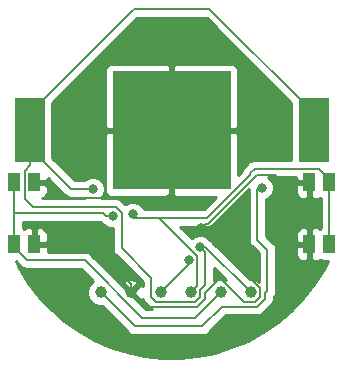
<source format=gbl>
G04 #@! TF.GenerationSoftware,KiCad,Pcbnew,5.0.1*
G04 #@! TF.CreationDate,2019-03-04T15:40:33+01:00*
G04 #@! TF.ProjectId,AnalogWatch,416E616C6F6757617463682E6B696361,rev?*
G04 #@! TF.SameCoordinates,Original*
G04 #@! TF.FileFunction,Copper,L2,Bot,Signal*
G04 #@! TF.FilePolarity,Positive*
%FSLAX46Y46*%
G04 Gerber Fmt 4.6, Leading zero omitted, Abs format (unit mm)*
G04 Created by KiCad (PCBNEW 5.0.1) date Mo 04 Mär 2019 15:40:33 CET*
%MOMM*%
%LPD*%
G01*
G04 APERTURE LIST*
G04 #@! TA.AperFunction,SMDPad,CuDef*
%ADD10R,10.000000X10.000000*%
G04 #@! TD*
G04 #@! TA.AperFunction,SMDPad,CuDef*
%ADD11R,2.500000X5.500000*%
G04 #@! TD*
G04 #@! TA.AperFunction,BGAPad,CuDef*
%ADD12C,1.000000*%
G04 #@! TD*
G04 #@! TA.AperFunction,SMDPad,CuDef*
%ADD13R,1.000000X1.550000*%
G04 #@! TD*
G04 #@! TA.AperFunction,ViaPad*
%ADD14C,0.800000*%
G04 #@! TD*
G04 #@! TA.AperFunction,Conductor*
%ADD15C,0.200000*%
G04 #@! TD*
G04 #@! TA.AperFunction,Conductor*
%ADD16C,0.254000*%
G04 #@! TD*
G04 APERTURE END LIST*
D10*
G04 #@! TO.P,BT1,2*
G04 #@! TO.N,GND*
X100000000Y-95500000D03*
D11*
G04 #@! TO.P,BT1,1*
G04 #@! TO.N,VCC*
X88000000Y-95500000D03*
X112000000Y-95500000D03*
G04 #@! TD*
D12*
G04 #@! TO.P,J1,1*
G04 #@! TO.N,BT2*
X101600000Y-109220000D03*
G04 #@! TD*
G04 #@! TO.P,J2,1*
G04 #@! TO.N,C3_4*
X99060000Y-109220000D03*
G04 #@! TD*
G04 #@! TO.P,J3,1*
G04 #@! TO.N,RESET*
X93980000Y-109220000D03*
G04 #@! TD*
G04 #@! TO.P,J4,1*
G04 #@! TO.N,VCC*
X106680000Y-109220000D03*
G04 #@! TD*
G04 #@! TO.P,J5,1*
G04 #@! TO.N,BT1*
X104140000Y-109220000D03*
G04 #@! TD*
G04 #@! TO.P,J6,1*
G04 #@! TO.N,GND*
X96520000Y-109220000D03*
G04 #@! TD*
D13*
G04 #@! TO.P,SW1,1*
G04 #@! TO.N,BT1*
X86650000Y-105125000D03*
X86650000Y-99875000D03*
G04 #@! TO.P,SW1,2*
G04 #@! TO.N,GND*
X88350000Y-99875000D03*
X88350000Y-105125000D03*
G04 #@! TD*
G04 #@! TO.P,SW2,1*
G04 #@! TO.N,BT2*
X113350000Y-99875000D03*
X113350000Y-105125000D03*
G04 #@! TO.P,SW2,2*
G04 #@! TO.N,GND*
X111650000Y-105125000D03*
X111650000Y-99875000D03*
G04 #@! TD*
D14*
G04 #@! TO.N,C3_4*
X101429727Y-106446474D03*
G04 #@! TO.N,GND*
X102461977Y-103802176D03*
G04 #@! TO.N,VCC*
X93307180Y-100469751D03*
X102404555Y-105395336D03*
G04 #@! TO.N,RESET*
X107619982Y-100369982D03*
G04 #@! TO.N,BT2*
X96686050Y-102610894D03*
G04 #@! TO.N,BT1*
X94982327Y-102769575D03*
G04 #@! TD*
D15*
G04 #@! TO.N,C3_4*
X99060000Y-109220000D02*
X101429727Y-106850273D01*
X101429727Y-106850273D02*
X101429727Y-106446474D01*
G04 #@! TO.N,GND*
X111650000Y-102900000D02*
X111650000Y-105125000D01*
X89050000Y-105125000D02*
X88350000Y-105125000D01*
X93132106Y-105125000D02*
X89050000Y-105125000D01*
X96520000Y-108512894D02*
X93132106Y-105125000D01*
X96520000Y-109220000D02*
X96520000Y-108512894D01*
X111650000Y-102900000D02*
X111650000Y-99875000D01*
X97720012Y-110420012D02*
X96520000Y-109220000D01*
X102149690Y-110420012D02*
X97720012Y-110420012D01*
X102800012Y-109769690D02*
X102149690Y-110420012D01*
X102800012Y-109303990D02*
X102800012Y-109769690D01*
X104104002Y-108000000D02*
X102800012Y-109303990D01*
X107480001Y-108820200D02*
X107480001Y-109604001D01*
X107480001Y-109604001D02*
X107064001Y-110020001D01*
X107064001Y-110020001D02*
X106124003Y-110020001D01*
X106124003Y-110020001D02*
X104104002Y-108000000D01*
X102461977Y-103802176D02*
X107480001Y-108820200D01*
X111650000Y-99875000D02*
X109375000Y-99875000D01*
X109375000Y-99875000D02*
X108750000Y-99250000D01*
X107194992Y-99250000D02*
X103042815Y-103402177D01*
X102861976Y-103402177D02*
X102461977Y-103802176D01*
X103042815Y-103402177D02*
X102861976Y-103402177D01*
X108750000Y-99250000D02*
X107194992Y-99250000D01*
X89050000Y-99875000D02*
X90425000Y-101250000D01*
X88350000Y-99875000D02*
X89050000Y-99875000D01*
X100000000Y-100700000D02*
X100000000Y-95500000D01*
X99450000Y-101250000D02*
X100000000Y-100700000D01*
X90425000Y-101250000D02*
X99450000Y-101250000D01*
G04 #@! TO.N,VCC*
X92741495Y-100469751D02*
X93307180Y-100469751D01*
X88000000Y-95500000D02*
X88000000Y-97000000D01*
X91469751Y-100469751D02*
X92741495Y-100469751D01*
X88000000Y-97000000D02*
X91469751Y-100469751D01*
X106680000Y-109220000D02*
X102855336Y-105395336D01*
X102855336Y-105395336D02*
X102404555Y-105395336D01*
X96721488Y-85278512D02*
X96860230Y-85250000D01*
X88000000Y-95500000D02*
X88000000Y-94000000D01*
X88000000Y-94000000D02*
X96721488Y-85278512D01*
X103139770Y-85250000D02*
X103278513Y-85278513D01*
X96860230Y-85250000D02*
X103139770Y-85250000D01*
X112000000Y-94000000D02*
X112000000Y-95500000D01*
X103278513Y-85278513D02*
X112000000Y-94000000D01*
X98675999Y-110020001D02*
X98259999Y-109604001D01*
X101984001Y-110020001D02*
X98675999Y-110020001D01*
X102400001Y-108985698D02*
X102400001Y-109604001D01*
X95750000Y-105494000D02*
X95750000Y-102501246D01*
X102400001Y-109604001D02*
X101984001Y-110020001D01*
X98259999Y-108003999D02*
X95750000Y-105494000D01*
X98259999Y-109604001D02*
X98259999Y-108003999D01*
X88250000Y-102000000D02*
X87549999Y-101299999D01*
X102804554Y-105795335D02*
X102804554Y-108581145D01*
X102804554Y-108581145D02*
X102400001Y-108985698D01*
X95750000Y-102501246D02*
X95248754Y-102000000D01*
X102404555Y-105395336D02*
X102804554Y-105795335D01*
X95248754Y-102000000D02*
X88250000Y-102000000D01*
X87549999Y-101299999D02*
X87549999Y-98900001D01*
X87549999Y-98900001D02*
X88000000Y-98450000D01*
X88000000Y-98450000D02*
X88000000Y-95500000D01*
G04 #@! TO.N,RESET*
X107250000Y-100565685D02*
X107250000Y-100500000D01*
X107880012Y-109304288D02*
X107880012Y-109769690D01*
X102584311Y-112099989D02*
X96859989Y-112099989D01*
X96859989Y-112099989D02*
X94479999Y-109719999D01*
X94479999Y-109719999D02*
X93980000Y-109220000D01*
X107250000Y-100565685D02*
X107250000Y-104750000D01*
X108099989Y-109084311D02*
X107880012Y-109304288D01*
X107229690Y-110420012D02*
X104264288Y-110420012D01*
X104264288Y-110420012D02*
X102584311Y-112099989D01*
X107250000Y-104750000D02*
X108099989Y-105599989D01*
X108099989Y-105599989D02*
X108099989Y-109084311D01*
X107880012Y-109769690D02*
X107229690Y-110420012D01*
X107250000Y-100565685D02*
X107445703Y-100369982D01*
X107445703Y-100369982D02*
X107619982Y-100369982D01*
G04 #@! TO.N,BT2*
X113350000Y-99875000D02*
X113350000Y-102500000D01*
X113350000Y-102500000D02*
X113350000Y-105125000D01*
X102129728Y-108690272D02*
X102129728Y-106110473D01*
X101600000Y-109220000D02*
X102129728Y-108690272D01*
X98942892Y-102923637D02*
X96692038Y-102923637D01*
X102129728Y-106110473D02*
X98942892Y-102923637D01*
X96686050Y-102917649D02*
X96686050Y-102610894D01*
X96692038Y-102923637D02*
X96686050Y-102917649D01*
X113350000Y-99875000D02*
X113350000Y-99600000D01*
X106649989Y-99284311D02*
X103010663Y-102923637D01*
X103010663Y-102923637D02*
X96692038Y-102923637D01*
X113350000Y-99600000D02*
X112500000Y-98750000D01*
X106649989Y-99105021D02*
X106649989Y-99284311D01*
X107005010Y-98750000D02*
X106649989Y-99105021D01*
X112500000Y-98750000D02*
X107005010Y-98750000D01*
G04 #@! TO.N,BT1*
X104140000Y-109220000D02*
X103339999Y-110020001D01*
X86669575Y-102769575D02*
X86650000Y-102750000D01*
X86650000Y-105125000D02*
X86650000Y-102750000D01*
X94147067Y-102500000D02*
X86650000Y-102500000D01*
X94416642Y-102769575D02*
X94147067Y-102500000D01*
X94982327Y-102769575D02*
X94416642Y-102769575D01*
X86650000Y-102750000D02*
X86650000Y-102500000D01*
X86650000Y-102500000D02*
X86650000Y-99875000D01*
X97516007Y-111400009D02*
X101959991Y-111400009D01*
X92615998Y-106500000D02*
X97516007Y-111400009D01*
X103640001Y-109719999D02*
X104140000Y-109220000D01*
X101959991Y-111400009D02*
X103640001Y-109719999D01*
X86650000Y-105125000D02*
X86650000Y-105400000D01*
X86650000Y-105400000D02*
X87750000Y-106500000D01*
X87750000Y-106500000D02*
X92615998Y-106500000D01*
G04 #@! TD*
D16*
G04 #@! TO.N,GND*
G36*
X110515000Y-99589250D02*
X110673750Y-99748000D01*
X111523000Y-99748000D01*
X111523000Y-99728000D01*
X111777000Y-99728000D01*
X111777000Y-99748000D01*
X111797000Y-99748000D01*
X111797000Y-100002000D01*
X111777000Y-100002000D01*
X111777000Y-101126250D01*
X111935750Y-101285000D01*
X112276310Y-101285000D01*
X112509699Y-101188327D01*
X112510899Y-101187127D01*
X112602235Y-101248157D01*
X112615001Y-101250696D01*
X112615001Y-102427608D01*
X112615000Y-102427613D01*
X112615000Y-103749304D01*
X112602235Y-103751843D01*
X112510899Y-103812873D01*
X112509699Y-103811673D01*
X112276310Y-103715000D01*
X111935750Y-103715000D01*
X111777000Y-103873750D01*
X111777000Y-104998000D01*
X111797000Y-104998000D01*
X111797000Y-105252000D01*
X111777000Y-105252000D01*
X111777000Y-106376250D01*
X111935750Y-106535000D01*
X112276310Y-106535000D01*
X112509699Y-106438327D01*
X112510899Y-106437127D01*
X112602235Y-106498157D01*
X112850000Y-106547440D01*
X113212855Y-106547440D01*
X112863472Y-107248194D01*
X112065144Y-108511023D01*
X111143287Y-109686712D01*
X110107338Y-110763222D01*
X108967904Y-111729532D01*
X107736652Y-112575748D01*
X106426187Y-113293207D01*
X105049927Y-113874562D01*
X103621964Y-114313861D01*
X102156916Y-114606606D01*
X100669785Y-114749800D01*
X99175795Y-114741978D01*
X97690245Y-114583218D01*
X96228343Y-114275147D01*
X94805058Y-113820919D01*
X93434962Y-113225184D01*
X92132082Y-112494042D01*
X90909758Y-111634979D01*
X89780506Y-110656790D01*
X88755887Y-109569490D01*
X87846392Y-108384213D01*
X87061332Y-107113093D01*
X86813730Y-106603176D01*
X87179090Y-106968537D01*
X87220095Y-107029905D01*
X87463217Y-107192354D01*
X87677612Y-107235000D01*
X87677616Y-107235000D01*
X87750000Y-107249398D01*
X87822384Y-107235000D01*
X92311552Y-107235000D01*
X93335709Y-108259158D01*
X93017793Y-108577074D01*
X92845000Y-108994234D01*
X92845000Y-109445766D01*
X93017793Y-109862926D01*
X93337074Y-110182207D01*
X93754234Y-110355000D01*
X94075554Y-110355000D01*
X96289080Y-112568526D01*
X96330084Y-112629894D01*
X96573206Y-112792343D01*
X96787601Y-112834989D01*
X96787604Y-112834989D01*
X96859988Y-112849387D01*
X96932372Y-112834989D01*
X102511927Y-112834989D01*
X102584311Y-112849387D01*
X102656695Y-112834989D01*
X102656699Y-112834989D01*
X102871094Y-112792343D01*
X103114216Y-112629894D01*
X103155222Y-112568524D01*
X104568735Y-111155012D01*
X107157306Y-111155012D01*
X107229690Y-111169410D01*
X107302074Y-111155012D01*
X107302078Y-111155012D01*
X107516473Y-111112366D01*
X107759595Y-110949917D01*
X107800601Y-110888547D01*
X108348549Y-110340600D01*
X108409917Y-110299595D01*
X108572366Y-110056473D01*
X108615012Y-109842078D01*
X108615012Y-109842075D01*
X108629410Y-109769691D01*
X108615012Y-109697307D01*
X108615012Y-109624160D01*
X108629894Y-109614216D01*
X108792343Y-109371094D01*
X108834989Y-109156699D01*
X108834989Y-109156696D01*
X108849387Y-109084312D01*
X108834989Y-109011928D01*
X108834989Y-105672373D01*
X108849387Y-105599989D01*
X108834989Y-105527605D01*
X108834989Y-105527601D01*
X108811746Y-105410750D01*
X110515000Y-105410750D01*
X110515000Y-106026309D01*
X110611673Y-106259698D01*
X110790301Y-106438327D01*
X111023690Y-106535000D01*
X111364250Y-106535000D01*
X111523000Y-106376250D01*
X111523000Y-105252000D01*
X110673750Y-105252000D01*
X110515000Y-105410750D01*
X108811746Y-105410750D01*
X108792343Y-105313206D01*
X108629894Y-105070084D01*
X108568527Y-105029080D01*
X107985000Y-104445554D01*
X107985000Y-104223691D01*
X110515000Y-104223691D01*
X110515000Y-104839250D01*
X110673750Y-104998000D01*
X111523000Y-104998000D01*
X111523000Y-103873750D01*
X111364250Y-103715000D01*
X111023690Y-103715000D01*
X110790301Y-103811673D01*
X110611673Y-103990302D01*
X110515000Y-104223691D01*
X107985000Y-104223691D01*
X107985000Y-101339063D01*
X108206262Y-101247413D01*
X108497413Y-100956262D01*
X108654982Y-100575856D01*
X108654982Y-100164108D01*
X108653592Y-100160750D01*
X110515000Y-100160750D01*
X110515000Y-100776309D01*
X110611673Y-101009698D01*
X110790301Y-101188327D01*
X111023690Y-101285000D01*
X111364250Y-101285000D01*
X111523000Y-101126250D01*
X111523000Y-100002000D01*
X110673750Y-100002000D01*
X110515000Y-100160750D01*
X108653592Y-100160750D01*
X108497413Y-99783702D01*
X108206262Y-99492551D01*
X108188032Y-99485000D01*
X110515000Y-99485000D01*
X110515000Y-99589250D01*
X110515000Y-99589250D01*
G37*
X110515000Y-99589250D02*
X110673750Y-99748000D01*
X111523000Y-99748000D01*
X111523000Y-99728000D01*
X111777000Y-99728000D01*
X111777000Y-99748000D01*
X111797000Y-99748000D01*
X111797000Y-100002000D01*
X111777000Y-100002000D01*
X111777000Y-101126250D01*
X111935750Y-101285000D01*
X112276310Y-101285000D01*
X112509699Y-101188327D01*
X112510899Y-101187127D01*
X112602235Y-101248157D01*
X112615001Y-101250696D01*
X112615001Y-102427608D01*
X112615000Y-102427613D01*
X112615000Y-103749304D01*
X112602235Y-103751843D01*
X112510899Y-103812873D01*
X112509699Y-103811673D01*
X112276310Y-103715000D01*
X111935750Y-103715000D01*
X111777000Y-103873750D01*
X111777000Y-104998000D01*
X111797000Y-104998000D01*
X111797000Y-105252000D01*
X111777000Y-105252000D01*
X111777000Y-106376250D01*
X111935750Y-106535000D01*
X112276310Y-106535000D01*
X112509699Y-106438327D01*
X112510899Y-106437127D01*
X112602235Y-106498157D01*
X112850000Y-106547440D01*
X113212855Y-106547440D01*
X112863472Y-107248194D01*
X112065144Y-108511023D01*
X111143287Y-109686712D01*
X110107338Y-110763222D01*
X108967904Y-111729532D01*
X107736652Y-112575748D01*
X106426187Y-113293207D01*
X105049927Y-113874562D01*
X103621964Y-114313861D01*
X102156916Y-114606606D01*
X100669785Y-114749800D01*
X99175795Y-114741978D01*
X97690245Y-114583218D01*
X96228343Y-114275147D01*
X94805058Y-113820919D01*
X93434962Y-113225184D01*
X92132082Y-112494042D01*
X90909758Y-111634979D01*
X89780506Y-110656790D01*
X88755887Y-109569490D01*
X87846392Y-108384213D01*
X87061332Y-107113093D01*
X86813730Y-106603176D01*
X87179090Y-106968537D01*
X87220095Y-107029905D01*
X87463217Y-107192354D01*
X87677612Y-107235000D01*
X87677616Y-107235000D01*
X87750000Y-107249398D01*
X87822384Y-107235000D01*
X92311552Y-107235000D01*
X93335709Y-108259158D01*
X93017793Y-108577074D01*
X92845000Y-108994234D01*
X92845000Y-109445766D01*
X93017793Y-109862926D01*
X93337074Y-110182207D01*
X93754234Y-110355000D01*
X94075554Y-110355000D01*
X96289080Y-112568526D01*
X96330084Y-112629894D01*
X96573206Y-112792343D01*
X96787601Y-112834989D01*
X96787604Y-112834989D01*
X96859988Y-112849387D01*
X96932372Y-112834989D01*
X102511927Y-112834989D01*
X102584311Y-112849387D01*
X102656695Y-112834989D01*
X102656699Y-112834989D01*
X102871094Y-112792343D01*
X103114216Y-112629894D01*
X103155222Y-112568524D01*
X104568735Y-111155012D01*
X107157306Y-111155012D01*
X107229690Y-111169410D01*
X107302074Y-111155012D01*
X107302078Y-111155012D01*
X107516473Y-111112366D01*
X107759595Y-110949917D01*
X107800601Y-110888547D01*
X108348549Y-110340600D01*
X108409917Y-110299595D01*
X108572366Y-110056473D01*
X108615012Y-109842078D01*
X108615012Y-109842075D01*
X108629410Y-109769691D01*
X108615012Y-109697307D01*
X108615012Y-109624160D01*
X108629894Y-109614216D01*
X108792343Y-109371094D01*
X108834989Y-109156699D01*
X108834989Y-109156696D01*
X108849387Y-109084312D01*
X108834989Y-109011928D01*
X108834989Y-105672373D01*
X108849387Y-105599989D01*
X108834989Y-105527605D01*
X108834989Y-105527601D01*
X108811746Y-105410750D01*
X110515000Y-105410750D01*
X110515000Y-106026309D01*
X110611673Y-106259698D01*
X110790301Y-106438327D01*
X111023690Y-106535000D01*
X111364250Y-106535000D01*
X111523000Y-106376250D01*
X111523000Y-105252000D01*
X110673750Y-105252000D01*
X110515000Y-105410750D01*
X108811746Y-105410750D01*
X108792343Y-105313206D01*
X108629894Y-105070084D01*
X108568527Y-105029080D01*
X107985000Y-104445554D01*
X107985000Y-104223691D01*
X110515000Y-104223691D01*
X110515000Y-104839250D01*
X110673750Y-104998000D01*
X111523000Y-104998000D01*
X111523000Y-103873750D01*
X111364250Y-103715000D01*
X111023690Y-103715000D01*
X110790301Y-103811673D01*
X110611673Y-103990302D01*
X110515000Y-104223691D01*
X107985000Y-104223691D01*
X107985000Y-101339063D01*
X108206262Y-101247413D01*
X108497413Y-100956262D01*
X108654982Y-100575856D01*
X108654982Y-100164108D01*
X108653592Y-100160750D01*
X110515000Y-100160750D01*
X110515000Y-100776309D01*
X110611673Y-101009698D01*
X110790301Y-101188327D01*
X111023690Y-101285000D01*
X111364250Y-101285000D01*
X111523000Y-101126250D01*
X111523000Y-100002000D01*
X110673750Y-100002000D01*
X110515000Y-100160750D01*
X108653592Y-100160750D01*
X108497413Y-99783702D01*
X108206262Y-99492551D01*
X108188032Y-99485000D01*
X110515000Y-99485000D01*
X110515000Y-99589250D01*
G36*
X93845731Y-103238110D02*
X93886737Y-103299480D01*
X94129859Y-103461929D01*
X94231110Y-103482069D01*
X94396047Y-103647006D01*
X94776453Y-103804575D01*
X95015001Y-103804575D01*
X95015000Y-105421616D01*
X95000602Y-105494000D01*
X95015000Y-105566384D01*
X95015000Y-105566387D01*
X95057646Y-105780782D01*
X95220095Y-106023905D01*
X95281465Y-106064911D01*
X97525000Y-108308447D01*
X97525000Y-108646610D01*
X97310104Y-108609501D01*
X96699605Y-109220000D01*
X97310104Y-109830499D01*
X97525217Y-109793352D01*
X97539656Y-109750072D01*
X97567645Y-109890783D01*
X97730094Y-110133906D01*
X97791464Y-110174912D01*
X98105088Y-110488536D01*
X98146094Y-110549906D01*
X98318358Y-110665009D01*
X97820454Y-110665009D01*
X95585341Y-108429896D01*
X95909501Y-108429896D01*
X96520000Y-109040395D01*
X97130499Y-108429896D01*
X97093352Y-108214783D01*
X96665028Y-108071888D01*
X96214625Y-108103783D01*
X95946648Y-108214783D01*
X95909501Y-108429896D01*
X95585341Y-108429896D01*
X93186909Y-106031465D01*
X93145903Y-105970095D01*
X92902781Y-105807646D01*
X92688386Y-105765000D01*
X92688382Y-105765000D01*
X92615998Y-105750602D01*
X92543614Y-105765000D01*
X89485000Y-105765000D01*
X89485000Y-105410750D01*
X89326250Y-105252000D01*
X88477000Y-105252000D01*
X88477000Y-105272000D01*
X88223000Y-105272000D01*
X88223000Y-105252000D01*
X88203000Y-105252000D01*
X88203000Y-104998000D01*
X88223000Y-104998000D01*
X88223000Y-103873750D01*
X88477000Y-103873750D01*
X88477000Y-104998000D01*
X89326250Y-104998000D01*
X89485000Y-104839250D01*
X89485000Y-104223691D01*
X89388327Y-103990302D01*
X89209699Y-103811673D01*
X88976310Y-103715000D01*
X88635750Y-103715000D01*
X88477000Y-103873750D01*
X88223000Y-103873750D01*
X88064250Y-103715000D01*
X87723690Y-103715000D01*
X87490301Y-103811673D01*
X87489101Y-103812873D01*
X87397765Y-103751843D01*
X87385000Y-103749304D01*
X87385000Y-103235000D01*
X93842621Y-103235000D01*
X93845731Y-103238110D01*
X93845731Y-103238110D01*
G37*
X93845731Y-103238110D02*
X93886737Y-103299480D01*
X94129859Y-103461929D01*
X94231110Y-103482069D01*
X94396047Y-103647006D01*
X94776453Y-103804575D01*
X95015001Y-103804575D01*
X95015000Y-105421616D01*
X95000602Y-105494000D01*
X95015000Y-105566384D01*
X95015000Y-105566387D01*
X95057646Y-105780782D01*
X95220095Y-106023905D01*
X95281465Y-106064911D01*
X97525000Y-108308447D01*
X97525000Y-108646610D01*
X97310104Y-108609501D01*
X96699605Y-109220000D01*
X97310104Y-109830499D01*
X97525217Y-109793352D01*
X97539656Y-109750072D01*
X97567645Y-109890783D01*
X97730094Y-110133906D01*
X97791464Y-110174912D01*
X98105088Y-110488536D01*
X98146094Y-110549906D01*
X98318358Y-110665009D01*
X97820454Y-110665009D01*
X95585341Y-108429896D01*
X95909501Y-108429896D01*
X96520000Y-109040395D01*
X97130499Y-108429896D01*
X97093352Y-108214783D01*
X96665028Y-108071888D01*
X96214625Y-108103783D01*
X95946648Y-108214783D01*
X95909501Y-108429896D01*
X95585341Y-108429896D01*
X93186909Y-106031465D01*
X93145903Y-105970095D01*
X92902781Y-105807646D01*
X92688386Y-105765000D01*
X92688382Y-105765000D01*
X92615998Y-105750602D01*
X92543614Y-105765000D01*
X89485000Y-105765000D01*
X89485000Y-105410750D01*
X89326250Y-105252000D01*
X88477000Y-105252000D01*
X88477000Y-105272000D01*
X88223000Y-105272000D01*
X88223000Y-105252000D01*
X88203000Y-105252000D01*
X88203000Y-104998000D01*
X88223000Y-104998000D01*
X88223000Y-103873750D01*
X88477000Y-103873750D01*
X88477000Y-104998000D01*
X89326250Y-104998000D01*
X89485000Y-104839250D01*
X89485000Y-104223691D01*
X89388327Y-103990302D01*
X89209699Y-103811673D01*
X88976310Y-103715000D01*
X88635750Y-103715000D01*
X88477000Y-103873750D01*
X88223000Y-103873750D01*
X88064250Y-103715000D01*
X87723690Y-103715000D01*
X87490301Y-103811673D01*
X87489101Y-103812873D01*
X87397765Y-103751843D01*
X87385000Y-103749304D01*
X87385000Y-103235000D01*
X93842621Y-103235000D01*
X93845731Y-103238110D01*
G36*
X106515000Y-100493301D02*
X106500602Y-100565685D01*
X106515000Y-100638069D01*
X106515001Y-104677611D01*
X106500602Y-104750000D01*
X106557646Y-105036782D01*
X106568224Y-105052613D01*
X106720096Y-105279905D01*
X106781463Y-105320909D01*
X107364989Y-105904436D01*
X107364990Y-108299857D01*
X107322926Y-108257793D01*
X106905766Y-108085000D01*
X106584447Y-108085000D01*
X103426247Y-104926801D01*
X103385241Y-104865431D01*
X103243960Y-104771030D01*
X102990835Y-104517905D01*
X102610429Y-104360336D01*
X102198681Y-104360336D01*
X101818275Y-104517905D01*
X101697441Y-104638739D01*
X100717338Y-103658637D01*
X102938279Y-103658637D01*
X103010663Y-103673035D01*
X103083047Y-103658637D01*
X103083051Y-103658637D01*
X103297446Y-103615991D01*
X103540568Y-103453542D01*
X103581574Y-103392172D01*
X106515000Y-100458747D01*
X106515000Y-100493301D01*
X106515000Y-100493301D01*
G37*
X106515000Y-100493301D02*
X106500602Y-100565685D01*
X106515000Y-100638069D01*
X106515001Y-104677611D01*
X106500602Y-104750000D01*
X106557646Y-105036782D01*
X106568224Y-105052613D01*
X106720096Y-105279905D01*
X106781463Y-105320909D01*
X107364989Y-105904436D01*
X107364990Y-108299857D01*
X107322926Y-108257793D01*
X106905766Y-108085000D01*
X106584447Y-108085000D01*
X103426247Y-104926801D01*
X103385241Y-104865431D01*
X103243960Y-104771030D01*
X102990835Y-104517905D01*
X102610429Y-104360336D01*
X102198681Y-104360336D01*
X101818275Y-104517905D01*
X101697441Y-104638739D01*
X100717338Y-103658637D01*
X102938279Y-103658637D01*
X103010663Y-103673035D01*
X103083047Y-103658637D01*
X103083051Y-103658637D01*
X103297446Y-103615991D01*
X103540568Y-103453542D01*
X103581574Y-103392172D01*
X106515000Y-100458747D01*
X106515000Y-100493301D01*
G36*
X104604398Y-108183844D02*
X104365766Y-108085000D01*
X103914234Y-108085000D01*
X103539554Y-108240197D01*
X103539554Y-107119000D01*
X104604398Y-108183844D01*
X104604398Y-108183844D01*
G37*
X104604398Y-108183844D02*
X104365766Y-108085000D01*
X103914234Y-108085000D01*
X103539554Y-108240197D01*
X103539554Y-107119000D01*
X104604398Y-108183844D01*
G36*
X110102560Y-93142007D02*
X110102560Y-98015000D01*
X107077398Y-98015000D01*
X107005010Y-98000601D01*
X106932622Y-98015000D01*
X106718227Y-98057646D01*
X106475105Y-98220095D01*
X106434099Y-98281465D01*
X106181454Y-98534110D01*
X106120084Y-98575116D01*
X105957635Y-98818239D01*
X105928092Y-98966761D01*
X105635000Y-99259853D01*
X105635000Y-95785750D01*
X105476250Y-95627000D01*
X100127000Y-95627000D01*
X100127000Y-100976250D01*
X100285750Y-101135000D01*
X103759854Y-101135000D01*
X102706217Y-102188637D01*
X99015276Y-102188637D01*
X98942892Y-102174239D01*
X98870508Y-102188637D01*
X97631421Y-102188637D01*
X97563481Y-102024614D01*
X97272330Y-101733463D01*
X96891924Y-101575894D01*
X96480176Y-101575894D01*
X96099770Y-101733463D01*
X96060717Y-101772516D01*
X95819665Y-101531465D01*
X95778659Y-101470095D01*
X95535537Y-101307646D01*
X95321142Y-101265000D01*
X95321138Y-101265000D01*
X95248754Y-101250602D01*
X95176370Y-101265000D01*
X93975642Y-101265000D01*
X94184611Y-101056031D01*
X94342180Y-100675625D01*
X94342180Y-100263877D01*
X94184611Y-99883471D01*
X93893460Y-99592320D01*
X93513054Y-99434751D01*
X93101306Y-99434751D01*
X92720900Y-99592320D01*
X92578469Y-99734751D01*
X91774198Y-99734751D01*
X89897440Y-97857994D01*
X89897440Y-95785750D01*
X94365000Y-95785750D01*
X94365000Y-100626310D01*
X94461673Y-100859699D01*
X94640302Y-101038327D01*
X94873691Y-101135000D01*
X99714250Y-101135000D01*
X99873000Y-100976250D01*
X99873000Y-95627000D01*
X94523750Y-95627000D01*
X94365000Y-95785750D01*
X89897440Y-95785750D01*
X89897440Y-93142006D01*
X92665756Y-90373690D01*
X94365000Y-90373690D01*
X94365000Y-95214250D01*
X94523750Y-95373000D01*
X99873000Y-95373000D01*
X99873000Y-90023750D01*
X100127000Y-90023750D01*
X100127000Y-95373000D01*
X105476250Y-95373000D01*
X105635000Y-95214250D01*
X105635000Y-90373690D01*
X105538327Y-90140301D01*
X105359698Y-89961673D01*
X105126309Y-89865000D01*
X100285750Y-89865000D01*
X100127000Y-90023750D01*
X99873000Y-90023750D01*
X99714250Y-89865000D01*
X94873691Y-89865000D01*
X94640302Y-89961673D01*
X94461673Y-90140301D01*
X94365000Y-90373690D01*
X92665756Y-90373690D01*
X97054447Y-85985000D01*
X102945554Y-85985000D01*
X110102560Y-93142007D01*
X110102560Y-93142007D01*
G37*
X110102560Y-93142007D02*
X110102560Y-98015000D01*
X107077398Y-98015000D01*
X107005010Y-98000601D01*
X106932622Y-98015000D01*
X106718227Y-98057646D01*
X106475105Y-98220095D01*
X106434099Y-98281465D01*
X106181454Y-98534110D01*
X106120084Y-98575116D01*
X105957635Y-98818239D01*
X105928092Y-98966761D01*
X105635000Y-99259853D01*
X105635000Y-95785750D01*
X105476250Y-95627000D01*
X100127000Y-95627000D01*
X100127000Y-100976250D01*
X100285750Y-101135000D01*
X103759854Y-101135000D01*
X102706217Y-102188637D01*
X99015276Y-102188637D01*
X98942892Y-102174239D01*
X98870508Y-102188637D01*
X97631421Y-102188637D01*
X97563481Y-102024614D01*
X97272330Y-101733463D01*
X96891924Y-101575894D01*
X96480176Y-101575894D01*
X96099770Y-101733463D01*
X96060717Y-101772516D01*
X95819665Y-101531465D01*
X95778659Y-101470095D01*
X95535537Y-101307646D01*
X95321142Y-101265000D01*
X95321138Y-101265000D01*
X95248754Y-101250602D01*
X95176370Y-101265000D01*
X93975642Y-101265000D01*
X94184611Y-101056031D01*
X94342180Y-100675625D01*
X94342180Y-100263877D01*
X94184611Y-99883471D01*
X93893460Y-99592320D01*
X93513054Y-99434751D01*
X93101306Y-99434751D01*
X92720900Y-99592320D01*
X92578469Y-99734751D01*
X91774198Y-99734751D01*
X89897440Y-97857994D01*
X89897440Y-95785750D01*
X94365000Y-95785750D01*
X94365000Y-100626310D01*
X94461673Y-100859699D01*
X94640302Y-101038327D01*
X94873691Y-101135000D01*
X99714250Y-101135000D01*
X99873000Y-100976250D01*
X99873000Y-95627000D01*
X94523750Y-95627000D01*
X94365000Y-95785750D01*
X89897440Y-95785750D01*
X89897440Y-93142006D01*
X92665756Y-90373690D01*
X94365000Y-90373690D01*
X94365000Y-95214250D01*
X94523750Y-95373000D01*
X99873000Y-95373000D01*
X99873000Y-90023750D01*
X100127000Y-90023750D01*
X100127000Y-95373000D01*
X105476250Y-95373000D01*
X105635000Y-95214250D01*
X105635000Y-90373690D01*
X105538327Y-90140301D01*
X105359698Y-89961673D01*
X105126309Y-89865000D01*
X100285750Y-89865000D01*
X100127000Y-90023750D01*
X99873000Y-90023750D01*
X99714250Y-89865000D01*
X94873691Y-89865000D01*
X94640302Y-89961673D01*
X94461673Y-90140301D01*
X94365000Y-90373690D01*
X92665756Y-90373690D01*
X97054447Y-85985000D01*
X102945554Y-85985000D01*
X110102560Y-93142007D01*
G36*
X90898842Y-100938289D02*
X90939846Y-100999656D01*
X91182968Y-101162105D01*
X91397363Y-101204751D01*
X91397367Y-101204751D01*
X91469751Y-101219149D01*
X91542135Y-101204751D01*
X92578469Y-101204751D01*
X92638718Y-101265000D01*
X89024594Y-101265000D01*
X89209699Y-101188327D01*
X89388327Y-101009698D01*
X89485000Y-100776309D01*
X89485000Y-100160750D01*
X89326250Y-100002000D01*
X88477000Y-100002000D01*
X88477000Y-100022000D01*
X88284999Y-100022000D01*
X88284999Y-99728000D01*
X88477000Y-99728000D01*
X88477000Y-99748000D01*
X89326250Y-99748000D01*
X89485000Y-99589250D01*
X89485000Y-99524447D01*
X90898842Y-100938289D01*
X90898842Y-100938289D01*
G37*
X90898842Y-100938289D02*
X90939846Y-100999656D01*
X91182968Y-101162105D01*
X91397363Y-101204751D01*
X91397367Y-101204751D01*
X91469751Y-101219149D01*
X91542135Y-101204751D01*
X92578469Y-101204751D01*
X92638718Y-101265000D01*
X89024594Y-101265000D01*
X89209699Y-101188327D01*
X89388327Y-101009698D01*
X89485000Y-100776309D01*
X89485000Y-100160750D01*
X89326250Y-100002000D01*
X88477000Y-100002000D01*
X88477000Y-100022000D01*
X88284999Y-100022000D01*
X88284999Y-99728000D01*
X88477000Y-99728000D01*
X88477000Y-99748000D01*
X89326250Y-99748000D01*
X89485000Y-99589250D01*
X89485000Y-99524447D01*
X90898842Y-100938289D01*
G04 #@! TD*
M02*

</source>
